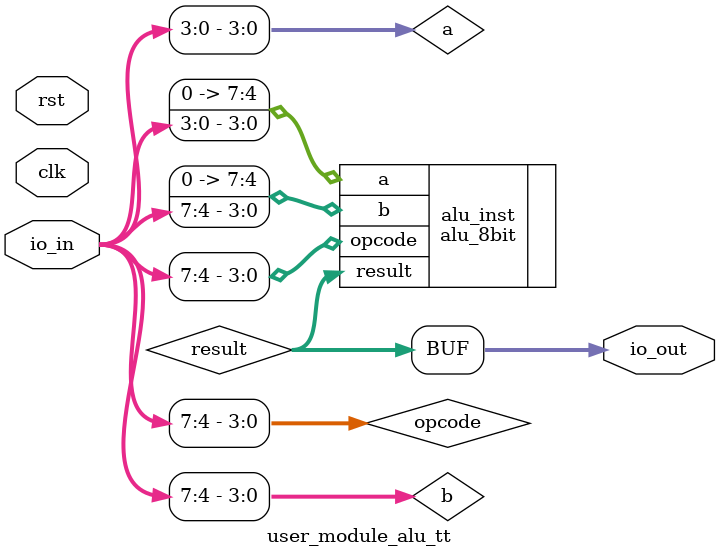
<source format=v>

module user_module_alu_tt (
    input  [7:0] io_in,   // [7:4] = opcode, [3:0] = operand control
    output [7:0] io_out,  // result
    input        clk,
    input        rst
);

    wire [3:0] a = io_in[3:0];
    wire [3:0] b = io_in[7:4];
    wire [3:0] opcode = io_in[7:4];

    wire [7:0] result;

    alu_8bit alu_inst (
        .a({4'b0000, a}),
        .b({4'b0000, b}),
        .opcode(opcode),
        .result(result)
    );

    assign io_out = result;

endmodule

</source>
